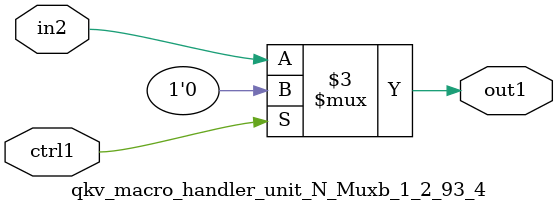
<source format=v>

`timescale 1ps / 1ps


module qkv_macro_handler_unit_N_Muxb_1_2_93_4( in2, ctrl1, out1 );

    input in2;
    input ctrl1;
    output out1;
    reg out1;

    
    // rtl_process:qkv_macro_handler_unit_N_Muxb_1_2_93_4/qkv_macro_handler_unit_N_Muxb_1_2_93_4_thread_1
    always @*
      begin : qkv_macro_handler_unit_N_Muxb_1_2_93_4_thread_1
        case (ctrl1) 
          1'b1: 
            begin
              out1 = 1'b0;
            end
          default: 
            begin
              out1 = in2;
            end
        endcase
      end

endmodule



</source>
